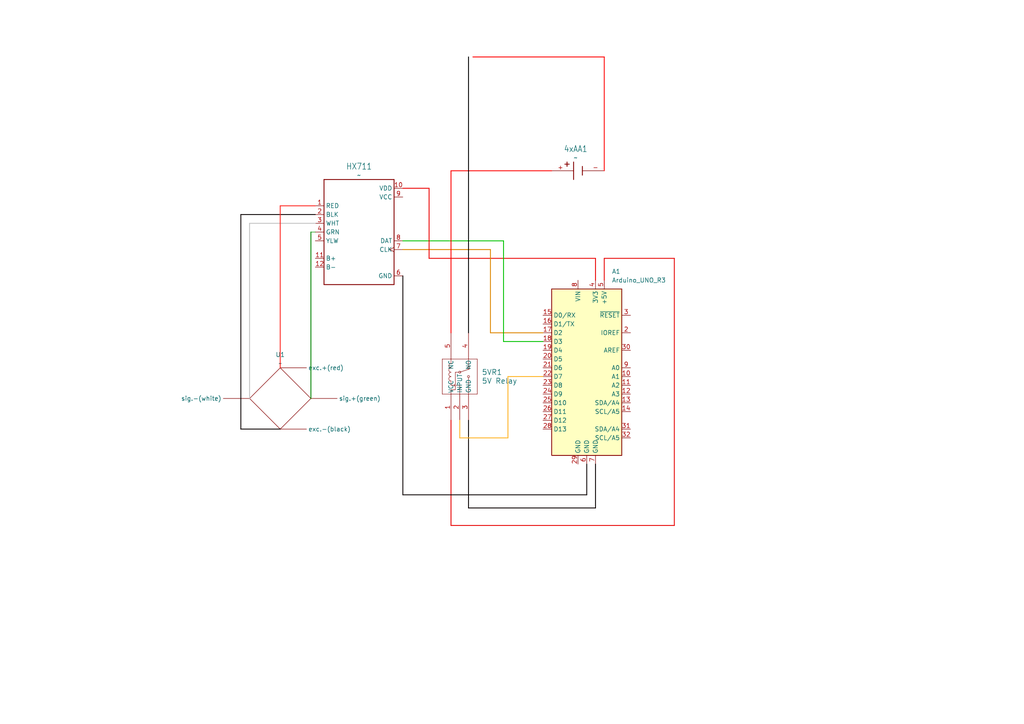
<source format=kicad_sch>
(kicad_sch (version 20231120) (generator "eeschema") (generator_version "8.0")
  (paper "A4")
  (lib_symbols
    (symbol "AZ943-1CH-5DE_1" (pin_names (offset 0.254))
      (property "Reference" "5VR" (at 12.7 7.62 0))
      (property "Value" "5V Relay" (at 12.7 5.08 0))
      (symbol "AZ943-1CH-5DE_1_0_1"
        (polyline (pts (xy 7.62 -7.62) (xy 17.78 -7.62)) (stroke (width 0.127)))
        (polyline (pts (xy 7.62 -5.08) (xy 12.3825 -5.08)) (stroke (width 0.127)))
        (polyline (pts (xy 7.62 -2.54) (xy 10.16 -2.54)) (stroke (width 0.127)))
        (polyline (pts (xy 7.62 0) (xy 8.89 0)) (stroke (width 0.127)))
        (polyline (pts (xy 7.62 2.54) (xy 7.62 -7.62)) (stroke (width 0.127)))
        (polyline (pts (xy 8.89 -1.27) (xy 9.8425 -1.27)) (stroke (width 0.127)))
        (polyline (pts (xy 8.89 0) (xy 8.89 -1.27)) (stroke (width 0.127)))
        (polyline (pts (xy 10.16 0) (xy 10.16 -2.54)) (stroke (width 0.127)))
        (polyline (pts (xy 10.16 0) (xy 11.43 0)) (stroke (width 0.127)))
        (polyline (pts (xy 10.4648 -1.27) (xy 13.97 -1.27)) (stroke (width 0.127)))
        (polyline (pts (xy 13.97 -2.54) (xy 14.9225 -5.3975)) (stroke (width 0.127)))
        (polyline (pts (xy 13.97 -1.27) (xy 13.97 -2.2225)) (stroke (width 0.127)))
        (polyline (pts (xy 15.5575 -5.08) (xy 17.78 -5.08)) (stroke (width 0.127)))
        (polyline (pts (xy 16.51 0) (xy 17.78 0)) (stroke (width 0.127)))
        (polyline (pts (xy 17.78 -7.62) (xy 17.78 2.54)) (stroke (width 0.127)))
        (polyline (pts (xy 17.78 2.54) (xy 7.62 2.54)) (stroke (width 0.127)))
        (arc (start 10.4648 -1.27) (mid 10.16 -0.9665) (end 9.8552 -1.27) (stroke (width 0.127)))
        (circle (center 12.7 -5.08) (radius 0.3048) (stroke (width 0.127)))
        (arc (start 12.7 0) (mid 12.065 0.6323) (end 11.43 0) (stroke (width 0.127)))
        (circle (center 13.97 -2.54) (radius 0.3048) (stroke (width 0.127)))
        (arc (start 13.97 0) (mid 13.335 0.6323) (end 12.7 0) (stroke (width 0.127)))
        (circle (center 15.24 -5.08) (radius 0.3048) (stroke (width 0.127)))
        (arc (start 15.24 0) (mid 14.605 0.6323) (end 13.97 0) (stroke (width 0.127)))
        (arc (start 16.51 0) (mid 15.875 0.6323) (end 15.24 0) (stroke (width 0.127)))
      )
      (symbol "AZ943-1CH-5DE_1_1_1"
        (pin power_in line (at 0 0 0) (length 7.62) (name "VCC") (number "1"))
        (pin unspecified line (at 0 -2.54 0) (length 7.62) (name "INPUT") (number "2"))
        (pin unspecified line (at 0 -5.08 0) (length 7.62) (name "GND") (number "3"))
        (pin unspecified line (at 25.4 -5.08 180) (length 7.62) (name "NO") (number "4"))
        (pin unspecified line (at 25.4 0 180) (length 7.62) (name "NC") (number "5"))
      )
    )
    (symbol "BC4AAW:BC4AAW"
      (property "Reference" "BT" (at -3.81 3.81 0))
      (symbol "BC4AAW_1_0"
        (polyline (pts (xy -3.81 1.905) (xy -2.54 1.905)) (stroke (width 0.254)))
        (polyline (pts (xy -3.175 2.54) (xy -3.175 1.27)) (stroke (width 0.254)))
        (polyline (pts (xy -1.27 0) (xy -2.54 0)) (stroke (width 0.1524)))
        (polyline (pts (xy -1.27 0) (xy -1.27 -2.54)) (stroke (width 0.254)))
        (polyline (pts (xy -1.27 2.54) (xy -1.27 0)) (stroke (width 0.254)))
        (polyline (pts (xy 1.27 0) (xy 1.27 -1.27)) (stroke (width 0.254)))
        (polyline (pts (xy 1.27 0) (xy 2.54 0)) (stroke (width 0.1524)))
        (polyline (pts (xy 1.27 1.27) (xy 1.27 0)) (stroke (width 0.254)))
        (pin passive line (at -7.62 0 0) (length 5.08) (name "+") (number "+"))
        (pin passive line (at 7.62 0 180) (length 5.08) (name "-") (number "-"))
      )
    )
    (symbol "LoadCell:LoadCell20kg"
      (property "Reference" "U" (at 0 0 0))
      (symbol "LoadCell20kg_0_1"
        (polyline (pts (xy 0 -3.81) (xy -8.89 -12.7) (xy 0 -21.59) (xy 8.89 -12.7) (xy 0 -3.81)))
      )
      (symbol "LoadCell20kg_1_1"
        (pin power_in line (at 0 -3.81 0) (length 7.62) (name "exc.+(red)") (number ""))
        (pin power_in line (at 0 -21.59 0) (length 7.62) (name "exc.-(black)") (number ""))
        (pin output line (at 8.89 -12.7 0) (length 7.62) (name "sig.+(green)") (number ""))
        (pin output line (at -8.89 -12.7 180) (length 7.62) (name "sig.-(white)") (number ""))
      )
    )
    (symbol "MCU_Module:Arduino_UNO_R3"
      (property "Reference" "A" (at -10.16 23.495 0))
      (property "Value" "Arduino_UNO_R3" (at 5.08 -26.67 0))
      (symbol "Arduino_UNO_R3_0_1"
        (rectangle (start -10.16 22.86) (end 10.16 -25.4) (stroke (width 0.254)) (fill (type background)))
      )
      (symbol "Arduino_UNO_R3_1_1"
        (pin no_connect line (at -10.16 -20.32 0) (length 2.54) hide (name "NC") (number "1"))
        (pin bidirectional line (at 12.7 -2.54 180) (length 2.54) (name "A1") (number "10"))
        (pin bidirectional line (at 12.7 -5.08 180) (length 2.54) (name "A2") (number "11"))
        (pin bidirectional line (at 12.7 -7.62 180) (length 2.54) (name "A3") (number "12"))
        (pin bidirectional line (at 12.7 -10.16 180) (length 2.54) (name "SDA/A4") (number "13"))
        (pin bidirectional line (at 12.7 -12.7 180) (length 2.54) (name "SCL/A5") (number "14"))
        (pin bidirectional line (at -12.7 15.24 0) (length 2.54) (name "D0/RX") (number "15"))
        (pin bidirectional line (at -12.7 12.7 0) (length 2.54) (name "D1/TX") (number "16"))
        (pin bidirectional line (at -12.7 10.16 0) (length 2.54) (name "D2") (number "17"))
        (pin bidirectional line (at -12.7 7.62 0) (length 2.54) (name "D3") (number "18"))
        (pin bidirectional line (at -12.7 5.08 0) (length 2.54) (name "D4") (number "19"))
        (pin output line (at 12.7 10.16 180) (length 2.54) (name "IOREF") (number "2"))
        (pin bidirectional line (at -12.7 2.54 0) (length 2.54) (name "D5") (number "20"))
        (pin bidirectional line (at -12.7 0 0) (length 2.54) (name "D6") (number "21"))
        (pin bidirectional line (at -12.7 -2.54 0) (length 2.54) (name "D7") (number "22"))
        (pin bidirectional line (at -12.7 -5.08 0) (length 2.54) (name "D8") (number "23"))
        (pin bidirectional line (at -12.7 -7.62 0) (length 2.54) (name "D9") (number "24"))
        (pin bidirectional line (at -12.7 -10.16 0) (length 2.54) (name "D10") (number "25"))
        (pin bidirectional line (at -12.7 -12.7 0) (length 2.54) (name "D11") (number "26"))
        (pin bidirectional line (at -12.7 -15.24 0) (length 2.54) (name "D12") (number "27"))
        (pin bidirectional line (at -12.7 -17.78 0) (length 2.54) (name "D13") (number "28"))
        (pin power_in line (at -2.54 -27.94 90) (length 2.54) (name "GND") (number "29"))
        (pin input line (at 12.7 15.24 180) (length 2.54) (name "~{RESET}") (number "3"))
        (pin input line (at 12.7 5.08 180) (length 2.54) (name "AREF") (number "30"))
        (pin bidirectional line (at 12.7 -17.78 180) (length 2.54) (name "SDA/A4") (number "31"))
        (pin bidirectional line (at 12.7 -20.32 180) (length 2.54) (name "SCL/A5") (number "32"))
        (pin power_out line (at 2.54 25.4 270) (length 2.54) (name "3V3") (number "4"))
        (pin power_out line (at 5.08 25.4 270) (length 2.54) (name "+5V") (number "5"))
        (pin power_in line (at 0 -27.94 90) (length 2.54) (name "GND") (number "6"))
        (pin power_in line (at 2.54 -27.94 90) (length 2.54) (name "GND") (number "7"))
        (pin power_in line (at -2.54 25.4 270) (length 2.54) (name "VIN") (number "8"))
        (pin bidirectional line (at 12.7 0 180) (length 2.54) (name "A0") (number "9"))
      )
    )
    (symbol "SEN-13879:SEN-13879"
      (property "Reference" "U" (at -10.172 15.8938 0))
      (symbol "SEN-13879_1_0"
        (polyline (pts (xy -10.16 -15.24) (xy -10.16 15.24)) (stroke (width 0.254)))
        (polyline (pts (xy -10.16 15.24) (xy 10.16 15.24)) (stroke (width 0.254)))
        (polyline (pts (xy 10.16 -15.24) (xy -10.16 -15.24)) (stroke (width 0.254)))
        (polyline (pts (xy 10.16 15.24) (xy 10.16 -15.24)) (stroke (width 0.254)))
        (pin bidirectional line (at -12.7 7.62 0) (length 2.54) (name "RED") (number "1"))
        (pin power_in line (at 12.7 12.7 180) (length 2.54) (name "VDD") (number "10"))
        (pin input line (at -12.7 -7.62 0) (length 2.54) (name "B+") (number "11"))
        (pin input line (at -12.7 -10.16 0) (length 2.54) (name "B-") (number "12"))
        (pin bidirectional line (at -12.7 5.08 0) (length 2.54) (name "BLK") (number "2"))
        (pin input line (at -12.7 2.54 0) (length 2.54) (name "WHT") (number "3"))
        (pin input line (at -12.7 0 0) (length 2.54) (name "GRN") (number "4"))
        (pin bidirectional line (at -12.7 -2.54 0) (length 2.54) (name "YLW") (number "5"))
        (pin power_in line (at 12.7 -12.7 180) (length 2.54) (name "GND") (number "6"))
        (pin input clock (at 12.7 -5.08 180) (length 2.54) (name "CLK") (number "7"))
        (pin output line (at 12.7 -2.54 180) (length 2.54) (name "DAT") (number "8"))
        (pin power_in line (at 12.7 10.16 180) (length 2.54) (name "VCC") (number "9"))
      )
    )
  )
  (wire (pts (xy 146.05 99.06) (xy 157.48 99.06)) (stroke (width 0.254) (color 0 194 0 1)))
  (wire (pts (xy 116.84 80.01) (xy 116.84 143.51)) (stroke (width 0.254) (color 8 0 0 1)))
  (wire (pts (xy 137.16 16.51) (xy 175.26 16.51)) (stroke (width 0.254) (color 255 0 0 1)))
  (wire (pts (xy 81.28 124.46) (xy 69.85 124.46)) (stroke (width 0.254) (color 8 0 0 1)))
  (wire (pts (xy 90.17 115.57) (xy 90.17 67.31)) (stroke (width 0.254) (color 0 132 0 1)))
  (wire (pts (xy 135.89 16.51) (xy 135.89 96.52)) (stroke (width 0.254) (color 0 0 0 1)))
  (wire (pts (xy 142.24 96.52) (xy 157.48 96.52)) (stroke (width 0.254) (color 221 133 0 1)))
  (wire (pts (xy 147.32 109.22) (xy 157.48 109.22)) (stroke (width 0.254) (color 255 178 34 1)))
  (wire (pts (xy 124.46 74.93) (xy 172.72 74.93)) (stroke (width 0.254) (color 235 0 0 1)))
  (wire (pts (xy 130.81 121.92) (xy 130.81 152.4)) (stroke (width 0.254) (color 231 0 0 1)))
  (wire (pts (xy 116.84 69.85) (xy 146.05 69.85)) (stroke (width 0.254) (color 0 194 0 1)))
  (wire (pts (xy 195.58 152.4) (xy 195.58 74.93)) (stroke (width 0.254) (color 231 0 0 1)))
  (wire (pts (xy 135.89 121.92) (xy 135.89 147.32)) (stroke (width 0.254) (color 8 0 0 1)))
  (wire (pts (xy 116.84 143.51) (xy 170.18 143.51)) (stroke (width 0.254) (color 8 0 0 1)))
  (wire (pts (xy 116.84 72.39) (xy 142.24 72.39)) (stroke (width 0.254) (color 221 133 0 1)))
  (wire (pts (xy 172.72 74.93) (xy 172.72 81.28)) (stroke (width 0.254) (color 235 0 0 1)))
  (wire (pts (xy 116.84 54.61) (xy 124.46 54.61)) (stroke (width 0.254) (color 235 0 0 1)))
  (wire (pts (xy 130.81 152.4) (xy 195.58 152.4)) (stroke (width 0.254) (color 231 0 0 1)))
  (wire (pts (xy 135.89 147.32) (xy 172.72 147.32)) (stroke (width 0.254) (color 8 0 0 1)))
  (wire (pts (xy 69.85 124.46) (xy 69.85 62.23)) (stroke (width 0.254) (color 8 0 0 1)))
  (wire (pts (xy 133.35 121.92) (xy 133.35 127)) (stroke (width 0.254) (color 255 178 34 1)))
  (wire (pts (xy 81.28 106.68) (xy 81.28 59.69)) (stroke (width 0.254) (color 255 34 28 1)))
  (wire (pts (xy 130.81 49.53) (xy 130.81 96.52)) (stroke (width 0.254) (color 255 0 0 1)))
  (wire (pts (xy 124.46 54.61) (xy 124.46 74.93)) (stroke (width 0.254) (color 235 0 0 1)))
  (wire (pts (xy 72.39 115.57) (xy 72.39 64.77)) (stroke (width 0.254) (color 194 194 194 1)))
  (wire (pts (xy 69.85 62.23) (xy 91.44 62.23)) (stroke (width 0.254) (color 8 0 0 1)))
  (wire (pts (xy 175.26 74.93) (xy 175.26 81.28)) (stroke (width 0.254) (color 231 0 0 1)))
  (wire (pts (xy 160.02 49.53) (xy 130.81 49.53)) (stroke (width 0.254) (color 255 0 0 1)))
  (wire (pts (xy 81.28 59.69) (xy 91.44 59.69)) (stroke (width 0.254) (color 255 34 28 1)))
  (wire (pts (xy 72.39 64.77) (xy 91.44 64.77)) (stroke (width 0.254) (color 194 194 194 1)))
  (wire (pts (xy 142.24 72.39) (xy 142.24 96.52)) (stroke (width 0.254) (color 221 133 0 1)))
  (wire (pts (xy 133.35 127) (xy 147.32 127)) (stroke (width 0.254) (color 255 178 34 1)))
  (wire (pts (xy 170.18 134.62) (xy 170.18 143.51)) (stroke (width 0.254) (color 8 0 0 1)))
  (wire (pts (xy 172.72 147.32) (xy 172.72 134.62)) (stroke (width 0.254) (color 8 0 0 1)))
  (wire (pts (xy 195.58 74.93) (xy 175.26 74.93)) (stroke (width 0.254) (color 231 0 0 1)))
  (wire (pts (xy 146.05 69.85) (xy 146.05 99.06)) (stroke (width 0.254) (color 0 194 0 1)))
  (wire (pts (xy 175.26 49.53) (xy 175.26 16.51)) (stroke (width 0.254) (color 255 0 0 1)))
  (wire (pts (xy 147.32 127) (xy 147.32 109.22)) (stroke (width 0.254) (color 255 178 34 1)))
  (wire (pts (xy 90.17 67.31) (xy 91.44 67.31)))
  (symbol (lib_id "SEN-13879:SEN-13879") (at 104.14 67.31 0) (unit 1)
    (property "Reference" "HX711" (at 104.14 48.26 0) (effects (font (size 1.7801 1.513))))
    (property "Value" "~" (at 104.14 50.8 0) (effects (font (size 1.7786 1.5118))))
    (property "Footprint" "SEN_13879:SPARKFUN_SEN-13879" (effects (hide yes)))
  )
  (symbol (lib_id "BC4AAW:BC4AAW") (at 167.64 49.53 0) (unit 1)
    (property "Reference" "4xAA1" (at 166.9796 43.18 0) (effects (font (size 1.778 1.5113))))
    (property "Value" "~" (at 166.9796 45.72 0) (effects (font (size 1.778 1.5113))))
    (property "Footprint" "2481:BAT_2481" (effects (hide yes)))
  )
  (symbol (lib_id "LoadCell:LoadCell20kg") (at 81.28 102.87 0) (unit 1)
    (property "Reference" "U1" (at 81.28 102.87 0))
    (property "Value" "~" (at 81.28 105.41 0))
  )
  (symbol (lib_id "MCU_Module:Arduino_UNO_R3") (at 170.18 106.68 0) (unit 1)
    (property "Reference" "A1" (at 177.4541 78.74 0) (effects (justify left)))
    (property "Value" "Arduino_UNO_R3" (at 177.4541 81.28 0) (effects (justify left)))
    (property "Footprint" "Module:Arduino_UNO_R3" (effects (hide yes)))
    (property "Datasheet" "https://www.arduino.cc/en/Main/arduinoBoardUno" (effects (hide yes)))
    (property "Description" "Arduino UNO Microcontroller Module, release 3" (effects (hide yes)))
  )
  (symbol (lib_name "AZ943-1CH-5DE_1") (lib_id "2025-02-12_22-32-14:AZ943-1CH-5DE") (at 130.81 121.92 90) (unit 1)
    (property "Reference" "5VR1" (at 139.7 107.9499 90) (effects (font (size 1.524 1.524)) (justify right)))
    (property "Value" "5V Relay" (at 139.7 110.4899 90) (effects (font (size 1.524 1.524)) (justify right)))
    (property "Footprint" "footprints:K_AZ943-1C_AMZ" (effects (hide yes)))
  )
)
</source>
